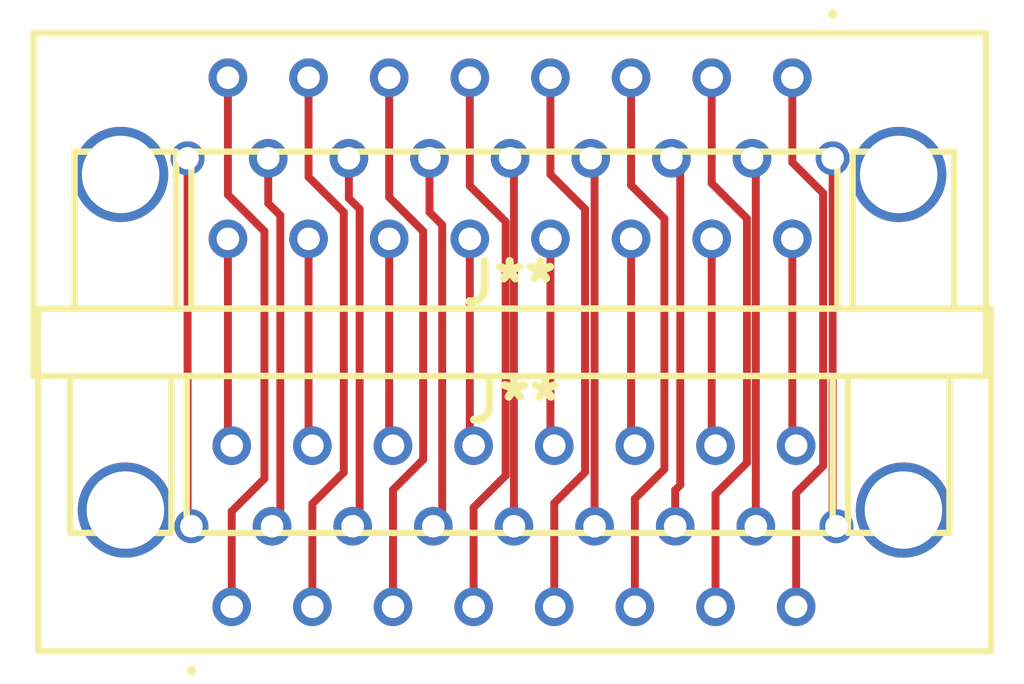
<source format=kicad_pcb>
(kicad_pcb (version 20171130) (host pcbnew 5.1.9-73d0e3b20d~88~ubuntu18.04.1)

  (general
    (thickness 1.6)
    (drawings 0)
    (tracks 82)
    (zones 0)
    (modules 2)
    (nets 1)
  )

  (page A4)
  (layers
    (0 F.Cu signal)
    (31 B.Cu signal)
    (32 B.Adhes user hide)
    (33 F.Adhes user hide)
    (34 B.Paste user hide)
    (35 F.Paste user hide)
    (36 B.SilkS user hide)
    (37 F.SilkS user hide)
    (38 B.Mask user hide)
    (39 F.Mask user hide)
    (40 Dwgs.User user)
    (41 Cmts.User user hide)
    (42 Eco1.User user)
    (43 Eco2.User user)
    (44 Edge.Cuts user)
    (45 Margin user hide)
    (46 B.CrtYd user hide)
    (47 F.CrtYd user hide)
    (48 B.Fab user hide)
    (49 F.Fab user hide)
  )

  (setup
    (last_trace_width 0.25)
    (trace_clearance 0.2)
    (zone_clearance 0.508)
    (zone_45_only no)
    (trace_min 0.2)
    (via_size 0.8)
    (via_drill 0.4)
    (via_min_size 0.4)
    (via_min_drill 0.3)
    (uvia_size 0.3)
    (uvia_drill 0.1)
    (uvias_allowed no)
    (uvia_min_size 0.2)
    (uvia_min_drill 0.1)
    (edge_width 0.05)
    (segment_width 0.2)
    (pcb_text_width 0.3)
    (pcb_text_size 1.5 1.5)
    (mod_edge_width 0.12)
    (mod_text_size 1 1)
    (mod_text_width 0.15)
    (pad_size 1.524 1.524)
    (pad_drill 0.762)
    (pad_to_mask_clearance 0)
    (aux_axis_origin 0 0)
    (visible_elements 7FFFFFFF)
    (pcbplotparams
      (layerselection 0x010fc_ffffffff)
      (usegerberextensions false)
      (usegerberattributes true)
      (usegerberadvancedattributes true)
      (creategerberjobfile true)
      (excludeedgelayer true)
      (linewidth 0.100000)
      (plotframeref false)
      (viasonmask false)
      (mode 1)
      (useauxorigin false)
      (hpglpennumber 1)
      (hpglpenspeed 20)
      (hpglpendiameter 15.000000)
      (psnegative false)
      (psa4output false)
      (plotreference true)
      (plotvalue true)
      (plotinvisibletext false)
      (padsonsilk false)
      (subtractmaskfromsilk false)
      (outputformat 1)
      (mirror false)
      (drillshape 1)
      (scaleselection 1)
      (outputdirectory ""))
  )

  (net 0 "")

  (net_class Default "This is the default net class."
    (clearance 0.2)
    (trace_width 0.25)
    (via_dia 0.8)
    (via_drill 0.4)
    (uvia_dia 0.3)
    (uvia_drill 0.1)
  )

  (module components:M8351313D02CP (layer F.Cu) (tedit 0) (tstamp 60D548AE)
    (at 43.7 62.2 180)
    (descr M83513/13-D02CP)
    (tags Connector)
    (fp_text reference J** (at -10.175 3.935) (layer F.SilkS)
      (effects (font (size 1.27 1.27) (thickness 0.254)))
    )
    (fp_text value M8351313D02CP (at -10.175 3.935) (layer F.SilkS) hide
      (effects (font (size 1.27 1.27) (thickness 0.254)))
    )
    (fp_line (start -25.18 6.86) (end 4.83 6.86) (layer F.Fab) (width 0.1))
    (fp_line (start 4.83 6.86) (end 4.83 -3.94) (layer F.Fab) (width 0.1))
    (fp_line (start 4.83 -3.94) (end -25.18 -3.94) (layer F.Fab) (width 0.1))
    (fp_line (start -25.18 -3.94) (end -25.18 6.86) (layer F.Fab) (width 0.1))
    (fp_line (start -20.35 6.86) (end 0 6.86) (layer F.Fab) (width 0.1))
    (fp_line (start 0 6.86) (end 0 11.81) (layer F.Fab) (width 0.1))
    (fp_line (start 0 11.81) (end -20.35 11.81) (layer F.Fab) (width 0.1))
    (fp_line (start -20.35 11.81) (end -20.35 6.86) (layer F.Fab) (width 0.1))
    (fp_line (start -20.35 6.86) (end 0 6.86) (layer F.SilkS) (width 0.2))
    (fp_line (start 0 6.86) (end 0 11.81) (layer F.SilkS) (width 0.2))
    (fp_line (start 0 11.81) (end -20.35 11.81) (layer F.SilkS) (width 0.2))
    (fp_line (start -20.35 11.81) (end -20.35 6.86) (layer F.SilkS) (width 0.2))
    (fp_line (start -25.18 -3.94) (end 4.83 -3.94) (layer F.SilkS) (width 0.2))
    (fp_line (start 4.83 -3.94) (end 4.83 6.86) (layer F.SilkS) (width 0.2))
    (fp_line (start 4.83 6.86) (end -25.18 6.86) (layer F.SilkS) (width 0.2))
    (fp_line (start -25.18 6.86) (end -25.18 -3.94) (layer F.SilkS) (width 0.2))
    (fp_line (start -24.03 6.86) (end -20.83 6.86) (layer F.Fab) (width 0.1))
    (fp_line (start -20.83 6.86) (end -20.83 11.81) (layer F.Fab) (width 0.1))
    (fp_line (start -20.83 11.81) (end -24.03 11.81) (layer F.Fab) (width 0.1))
    (fp_line (start -24.03 11.81) (end -24.03 6.86) (layer F.Fab) (width 0.1))
    (fp_line (start -24.03 6.86) (end -20.83 6.86) (layer F.SilkS) (width 0.2))
    (fp_line (start -20.83 6.86) (end -20.83 11.81) (layer F.SilkS) (width 0.2))
    (fp_line (start -20.83 11.81) (end -24.03 11.81) (layer F.SilkS) (width 0.2))
    (fp_line (start -24.03 11.81) (end -24.03 6.86) (layer F.SilkS) (width 0.2))
    (fp_line (start 0.48 6.86) (end 3.68 6.86) (layer F.Fab) (width 0.1))
    (fp_line (start 3.68 6.86) (end 3.68 11.81) (layer F.Fab) (width 0.1))
    (fp_line (start 3.68 11.81) (end 0.48 11.81) (layer F.Fab) (width 0.1))
    (fp_line (start 0.48 11.81) (end 0.48 6.86) (layer F.Fab) (width 0.1))
    (fp_line (start 0.48 6.86) (end 3.68 6.86) (layer F.SilkS) (width 0.2))
    (fp_line (start 3.68 6.86) (end 3.68 11.81) (layer F.SilkS) (width 0.2))
    (fp_line (start 3.68 11.81) (end 0.48 11.81) (layer F.SilkS) (width 0.2))
    (fp_line (start 0.48 11.81) (end 0.48 6.86) (layer F.SilkS) (width 0.2))
    (fp_line (start -26.18 -4.94) (end 5.83 -4.94) (layer F.CrtYd) (width 0.1))
    (fp_line (start 5.83 -4.94) (end 5.83 12.81) (layer F.CrtYd) (width 0.1))
    (fp_line (start 5.83 12.81) (end -26.18 12.81) (layer F.CrtYd) (width 0.1))
    (fp_line (start -26.18 12.81) (end -26.18 -4.94) (layer F.CrtYd) (width 0.1))
    (fp_line (start 0 -4.6) (end 0 -4.6) (layer F.SilkS) (width 0.2))
    (fp_line (start 0 -4.5) (end 0 -4.5) (layer F.SilkS) (width 0.2))
    (fp_line (start 0 -4.6) (end 0 -4.6) (layer F.SilkS) (width 0.2))
    (fp_arc (start 0 -4.55) (end 0 -4.6) (angle -180) (layer F.SilkS) (width 0.2))
    (fp_arc (start 0 -4.55) (end 0 -4.5) (angle -180) (layer F.SilkS) (width 0.2))
    (fp_arc (start 0 -4.55) (end 0 -4.6) (angle -180) (layer F.SilkS) (width 0.2))
    (fp_text user %R (at -10.175 3.935) (layer F.Fab)
      (effects (font (size 1.27 1.27) (thickness 0.254)))
    )
    (pad MH2 thru_hole circle (at -22.43 0.51 180) (size 3 3) (drill 2.44) (layers *.Cu *.Mask))
    (pad MH1 thru_hole circle (at 2.08 0.51 180) (size 3 3) (drill 2.44) (layers *.Cu *.Mask))
    (pad 25 thru_hole circle (at -19.05 2.54 180) (size 1.217 1.217) (drill 0.71) (layers *.Cu *.Mask))
    (pad 24 thru_hole circle (at -17.78 0 180) (size 1.217 1.217) (drill 0.71) (layers *.Cu *.Mask))
    (pad 23 thru_hole circle (at -16.51 2.54 180) (size 1.217 1.217) (drill 0.71) (layers *.Cu *.Mask))
    (pad 22 thru_hole circle (at -15.24 0 180) (size 1.217 1.217) (drill 0.71) (layers *.Cu *.Mask))
    (pad 21 thru_hole circle (at -13.97 2.54 180) (size 1.217 1.217) (drill 0.71) (layers *.Cu *.Mask))
    (pad 20 thru_hole circle (at -11.43 2.54 180) (size 1.217 1.217) (drill 0.71) (layers *.Cu *.Mask))
    (pad 19 thru_hole circle (at -8.89 2.54 180) (size 1.217 1.217) (drill 0.71) (layers *.Cu *.Mask))
    (pad 18 thru_hole circle (at -6.35 2.54 180) (size 1.217 1.217) (drill 0.71) (layers *.Cu *.Mask))
    (pad 17 thru_hole circle (at -5.08 0 180) (size 1.217 1.217) (drill 0.71) (layers *.Cu *.Mask))
    (pad 16 thru_hole circle (at -3.81 2.54 180) (size 1.217 1.217) (drill 0.71) (layers *.Cu *.Mask))
    (pad 15 thru_hole circle (at -2.54 0 180) (size 1.217 1.217) (drill 0.71) (layers *.Cu *.Mask))
    (pad 14 thru_hole circle (at -1.27 2.54 180) (size 1.217 1.217) (drill 0.71) (layers *.Cu *.Mask))
    (pad 13 thru_hole circle (at -20.32 0 180) (size 1.07 1.07) (drill 0.71) (layers *.Cu *.Mask))
    (pad 12 thru_hole circle (at -19.05 -2.54 180) (size 1.217 1.217) (drill 0.71) (layers *.Cu *.Mask))
    (pad 11 thru_hole circle (at -16.51 -2.54 180) (size 1.217 1.217) (drill 0.71) (layers *.Cu *.Mask))
    (pad 10 thru_hole circle (at -13.97 -2.54 180) (size 1.217 1.217) (drill 0.71) (layers *.Cu *.Mask))
    (pad 9 thru_hole circle (at -12.7 0 180) (size 1.217 1.217) (drill 0.71) (layers *.Cu *.Mask))
    (pad 8 thru_hole circle (at -11.43 -2.54 180) (size 1.217 1.217) (drill 0.71) (layers *.Cu *.Mask))
    (pad 7 thru_hole circle (at -10.16 0 180) (size 1.217 1.217) (drill 0.71) (layers *.Cu *.Mask))
    (pad 6 thru_hole circle (at -8.89 -2.54 180) (size 1.217 1.217) (drill 0.71) (layers *.Cu *.Mask))
    (pad 5 thru_hole circle (at -7.62 0 180) (size 1.217 1.217) (drill 0.71) (layers *.Cu *.Mask))
    (pad 4 thru_hole circle (at -6.35 -2.54 180) (size 1.217 1.217) (drill 0.71) (layers *.Cu *.Mask))
    (pad 3 thru_hole circle (at -3.81 -2.54 180) (size 1.217 1.217) (drill 0.71) (layers *.Cu *.Mask))
    (pad 2 thru_hole circle (at -1.27 -2.54 180) (size 1.217 1.217) (drill 0.71) (layers *.Cu *.Mask))
    (pad 1 thru_hole circle (at 0 0 180) (size 1.07 1.07) (drill 0.71) (layers *.Cu *.Mask))
    (model "C:\\Users\\Joe Camilleri\\Desktop\\KICAD_LIBRARIES\\SamacSys_Parts.3dshapes\\M83513_13-D02CP.stp"
      (at (xyz 0 0 0))
      (scale (xyz 1 1 1))
      (rotate (xyz 0 0 0))
    )
  )

  (module components:M8351313D02CP (layer F.Cu) (tedit 0) (tstamp 60D546A3)
    (at 63.9 50.6)
    (descr M83513/13-D02CP)
    (tags Connector)
    (fp_text reference J** (at -10.175 3.935) (layer F.SilkS)
      (effects (font (size 1.27 1.27) (thickness 0.254)))
    )
    (fp_text value M8351313D02CP (at -10.175 3.935) (layer F.SilkS) hide
      (effects (font (size 1.27 1.27) (thickness 0.254)))
    )
    (fp_line (start -25.18 6.86) (end 4.83 6.86) (layer F.Fab) (width 0.1))
    (fp_line (start 4.83 6.86) (end 4.83 -3.94) (layer F.Fab) (width 0.1))
    (fp_line (start 4.83 -3.94) (end -25.18 -3.94) (layer F.Fab) (width 0.1))
    (fp_line (start -25.18 -3.94) (end -25.18 6.86) (layer F.Fab) (width 0.1))
    (fp_line (start -20.35 6.86) (end 0 6.86) (layer F.Fab) (width 0.1))
    (fp_line (start 0 6.86) (end 0 11.81) (layer F.Fab) (width 0.1))
    (fp_line (start 0 11.81) (end -20.35 11.81) (layer F.Fab) (width 0.1))
    (fp_line (start -20.35 11.81) (end -20.35 6.86) (layer F.Fab) (width 0.1))
    (fp_line (start -20.35 6.86) (end 0 6.86) (layer F.SilkS) (width 0.2))
    (fp_line (start 0 6.86) (end 0 11.81) (layer F.SilkS) (width 0.2))
    (fp_line (start 0 11.81) (end -20.35 11.81) (layer F.SilkS) (width 0.2))
    (fp_line (start -20.35 11.81) (end -20.35 6.86) (layer F.SilkS) (width 0.2))
    (fp_line (start -25.18 -3.94) (end 4.83 -3.94) (layer F.SilkS) (width 0.2))
    (fp_line (start 4.83 -3.94) (end 4.83 6.86) (layer F.SilkS) (width 0.2))
    (fp_line (start 4.83 6.86) (end -25.18 6.86) (layer F.SilkS) (width 0.2))
    (fp_line (start -25.18 6.86) (end -25.18 -3.94) (layer F.SilkS) (width 0.2))
    (fp_line (start -24.03 6.86) (end -20.83 6.86) (layer F.Fab) (width 0.1))
    (fp_line (start -20.83 6.86) (end -20.83 11.81) (layer F.Fab) (width 0.1))
    (fp_line (start -20.83 11.81) (end -24.03 11.81) (layer F.Fab) (width 0.1))
    (fp_line (start -24.03 11.81) (end -24.03 6.86) (layer F.Fab) (width 0.1))
    (fp_line (start -24.03 6.86) (end -20.83 6.86) (layer F.SilkS) (width 0.2))
    (fp_line (start -20.83 6.86) (end -20.83 11.81) (layer F.SilkS) (width 0.2))
    (fp_line (start -20.83 11.81) (end -24.03 11.81) (layer F.SilkS) (width 0.2))
    (fp_line (start -24.03 11.81) (end -24.03 6.86) (layer F.SilkS) (width 0.2))
    (fp_line (start 0.48 6.86) (end 3.68 6.86) (layer F.Fab) (width 0.1))
    (fp_line (start 3.68 6.86) (end 3.68 11.81) (layer F.Fab) (width 0.1))
    (fp_line (start 3.68 11.81) (end 0.48 11.81) (layer F.Fab) (width 0.1))
    (fp_line (start 0.48 11.81) (end 0.48 6.86) (layer F.Fab) (width 0.1))
    (fp_line (start 0.48 6.86) (end 3.68 6.86) (layer F.SilkS) (width 0.2))
    (fp_line (start 3.68 6.86) (end 3.68 11.81) (layer F.SilkS) (width 0.2))
    (fp_line (start 3.68 11.81) (end 0.48 11.81) (layer F.SilkS) (width 0.2))
    (fp_line (start 0.48 11.81) (end 0.48 6.86) (layer F.SilkS) (width 0.2))
    (fp_line (start -26.18 -4.94) (end 5.83 -4.94) (layer F.CrtYd) (width 0.1))
    (fp_line (start 5.83 -4.94) (end 5.83 12.81) (layer F.CrtYd) (width 0.1))
    (fp_line (start 5.83 12.81) (end -26.18 12.81) (layer F.CrtYd) (width 0.1))
    (fp_line (start -26.18 12.81) (end -26.18 -4.94) (layer F.CrtYd) (width 0.1))
    (fp_line (start 0 -4.6) (end 0 -4.6) (layer F.SilkS) (width 0.2))
    (fp_line (start 0 -4.5) (end 0 -4.5) (layer F.SilkS) (width 0.2))
    (fp_line (start 0 -4.6) (end 0 -4.6) (layer F.SilkS) (width 0.2))
    (fp_arc (start 0 -4.55) (end 0 -4.6) (angle -180) (layer F.SilkS) (width 0.2))
    (fp_arc (start 0 -4.55) (end 0 -4.5) (angle -180) (layer F.SilkS) (width 0.2))
    (fp_arc (start 0 -4.55) (end 0 -4.6) (angle -180) (layer F.SilkS) (width 0.2))
    (fp_text user %R (at -10.175 3.935) (layer F.Fab)
      (effects (font (size 1.27 1.27) (thickness 0.254)))
    )
    (pad MH2 thru_hole circle (at -22.43 0.51) (size 3 3) (drill 2.44) (layers *.Cu *.Mask))
    (pad MH1 thru_hole circle (at 2.08 0.51) (size 3 3) (drill 2.44) (layers *.Cu *.Mask))
    (pad 25 thru_hole circle (at -19.05 2.54) (size 1.217 1.217) (drill 0.71) (layers *.Cu *.Mask))
    (pad 24 thru_hole circle (at -17.78 0) (size 1.217 1.217) (drill 0.71) (layers *.Cu *.Mask))
    (pad 23 thru_hole circle (at -16.51 2.54) (size 1.217 1.217) (drill 0.71) (layers *.Cu *.Mask))
    (pad 22 thru_hole circle (at -15.24 0) (size 1.217 1.217) (drill 0.71) (layers *.Cu *.Mask))
    (pad 21 thru_hole circle (at -13.97 2.54) (size 1.217 1.217) (drill 0.71) (layers *.Cu *.Mask))
    (pad 20 thru_hole circle (at -11.43 2.54) (size 1.217 1.217) (drill 0.71) (layers *.Cu *.Mask))
    (pad 19 thru_hole circle (at -8.89 2.54) (size 1.217 1.217) (drill 0.71) (layers *.Cu *.Mask))
    (pad 18 thru_hole circle (at -6.35 2.54) (size 1.217 1.217) (drill 0.71) (layers *.Cu *.Mask))
    (pad 17 thru_hole circle (at -5.08 0) (size 1.217 1.217) (drill 0.71) (layers *.Cu *.Mask))
    (pad 16 thru_hole circle (at -3.81 2.54) (size 1.217 1.217) (drill 0.71) (layers *.Cu *.Mask))
    (pad 15 thru_hole circle (at -2.54 0) (size 1.217 1.217) (drill 0.71) (layers *.Cu *.Mask))
    (pad 14 thru_hole circle (at -1.27 2.54) (size 1.217 1.217) (drill 0.71) (layers *.Cu *.Mask))
    (pad 13 thru_hole circle (at -20.32 0) (size 1.07 1.07) (drill 0.71) (layers *.Cu *.Mask))
    (pad 12 thru_hole circle (at -19.05 -2.54) (size 1.217 1.217) (drill 0.71) (layers *.Cu *.Mask))
    (pad 11 thru_hole circle (at -16.51 -2.54) (size 1.217 1.217) (drill 0.71) (layers *.Cu *.Mask))
    (pad 10 thru_hole circle (at -13.97 -2.54) (size 1.217 1.217) (drill 0.71) (layers *.Cu *.Mask))
    (pad 9 thru_hole circle (at -12.7 0) (size 1.217 1.217) (drill 0.71) (layers *.Cu *.Mask))
    (pad 8 thru_hole circle (at -11.43 -2.54) (size 1.217 1.217) (drill 0.71) (layers *.Cu *.Mask))
    (pad 7 thru_hole circle (at -10.16 0) (size 1.217 1.217) (drill 0.71) (layers *.Cu *.Mask))
    (pad 6 thru_hole circle (at -8.89 -2.54) (size 1.217 1.217) (drill 0.71) (layers *.Cu *.Mask))
    (pad 5 thru_hole circle (at -7.62 0) (size 1.217 1.217) (drill 0.71) (layers *.Cu *.Mask))
    (pad 4 thru_hole circle (at -6.35 -2.54) (size 1.217 1.217) (drill 0.71) (layers *.Cu *.Mask))
    (pad 3 thru_hole circle (at -3.81 -2.54) (size 1.217 1.217) (drill 0.71) (layers *.Cu *.Mask))
    (pad 2 thru_hole circle (at -1.27 -2.54) (size 1.217 1.217) (drill 0.71) (layers *.Cu *.Mask))
    (pad 1 thru_hole circle (at 0 0) (size 1.07 1.07) (drill 0.71) (layers *.Cu *.Mask))
    (model "C:\\Users\\Joe Camilleri\\Desktop\\KICAD_LIBRARIES\\SamacSys_Parts.3dshapes\\M83513_13-D02CP.stp"
      (at (xyz 0 0 0))
      (scale (xyz 1 1 1))
      (rotate (xyz 0 0 0))
    )
  )

  (segment (start 43.58 62.08) (end 43.7 62.2) (width 0.25) (layer F.Cu) (net 0))
  (segment (start 43.58 50.6) (end 43.58 62.08) (width 0.25) (layer F.Cu) (net 0))
  (segment (start 44.85 59.54) (end 44.97 59.66) (width 0.25) (layer F.Cu) (net 0))
  (segment (start 44.85 53.14) (end 44.85 59.54) (width 0.25) (layer F.Cu) (net 0))
  (segment (start 44.85 48.06) (end 44.85 51.75) (width 0.25) (layer F.Cu) (net 0))
  (segment (start 44.85 51.75) (end 46 52.9) (width 0.25) (layer F.Cu) (net 0))
  (segment (start 46 52.9) (end 46 60.7) (width 0.25) (layer F.Cu) (net 0))
  (segment (start 44.97 61.73) (end 44.97 64.74) (width 0.25) (layer F.Cu) (net 0))
  (segment (start 46 60.7) (end 44.97 61.73) (width 0.25) (layer F.Cu) (net 0))
  (segment (start 46.12 50.6) (end 46.12 52.02) (width 0.25) (layer F.Cu) (net 0))
  (segment (start 46.12 52.02) (end 46.5 52.4) (width 0.25) (layer F.Cu) (net 0))
  (segment (start 46.5 61.94) (end 46.24 62.2) (width 0.25) (layer F.Cu) (net 0))
  (segment (start 46.5 52.4) (end 46.5 61.94) (width 0.25) (layer F.Cu) (net 0))
  (segment (start 47.39 59.54) (end 47.51 59.66) (width 0.25) (layer F.Cu) (net 0))
  (segment (start 47.39 53.14) (end 47.39 59.54) (width 0.25) (layer F.Cu) (net 0))
  (segment (start 47.39 48.06) (end 47.39 51.19) (width 0.25) (layer F.Cu) (net 0))
  (segment (start 47.39 51.19) (end 48.5 52.3) (width 0.25) (layer F.Cu) (net 0))
  (segment (start 48.5 52.3) (end 48.5 60.5) (width 0.25) (layer F.Cu) (net 0))
  (segment (start 47.51 61.49) (end 47.51 64.74) (width 0.25) (layer F.Cu) (net 0))
  (segment (start 48.5 60.5) (end 47.51 61.49) (width 0.25) (layer F.Cu) (net 0))
  (segment (start 48.66 50.6) (end 48.66 51.86) (width 0.25) (layer F.Cu) (net 0))
  (segment (start 48.66 51.86) (end 49 52.2) (width 0.25) (layer F.Cu) (net 0))
  (segment (start 49 61.98) (end 48.78 62.2) (width 0.25) (layer F.Cu) (net 0))
  (segment (start 49 52.2) (end 49 61.98) (width 0.25) (layer F.Cu) (net 0))
  (segment (start 49.93 59.54) (end 50.05 59.66) (width 0.25) (layer F.Cu) (net 0))
  (segment (start 49.93 53.14) (end 49.93 59.54) (width 0.25) (layer F.Cu) (net 0))
  (segment (start 49.93 48.06) (end 49.93 51.83) (width 0.25) (layer F.Cu) (net 0))
  (segment (start 49.93 51.83) (end 51 52.9) (width 0.25) (layer F.Cu) (net 0))
  (segment (start 51 52.9) (end 51 60.1) (width 0.25) (layer F.Cu) (net 0))
  (segment (start 50.05 61.05) (end 50.05 64.74) (width 0.25) (layer F.Cu) (net 0))
  (segment (start 51 60.1) (end 50.05 61.05) (width 0.25) (layer F.Cu) (net 0))
  (segment (start 51.2 50.6) (end 51.2 52.3) (width 0.25) (layer F.Cu) (net 0))
  (segment (start 51.2 52.3) (end 51.6 52.7) (width 0.25) (layer F.Cu) (net 0))
  (segment (start 51.6 61.92) (end 51.32 62.2) (width 0.25) (layer F.Cu) (net 0))
  (segment (start 51.6 52.7) (end 51.6 61.92) (width 0.25) (layer F.Cu) (net 0))
  (segment (start 52.47 59.54) (end 52.59 59.66) (width 0.25) (layer F.Cu) (net 0))
  (segment (start 52.47 53.14) (end 52.47 59.54) (width 0.25) (layer F.Cu) (net 0))
  (segment (start 55.01 59.54) (end 55.13 59.66) (width 0.25) (layer F.Cu) (net 0))
  (segment (start 55.01 53.14) (end 55.01 59.54) (width 0.25) (layer F.Cu) (net 0))
  (segment (start 57.55 59.54) (end 57.67 59.66) (width 0.25) (layer F.Cu) (net 0))
  (segment (start 57.55 53.14) (end 57.55 59.54) (width 0.25) (layer F.Cu) (net 0))
  (segment (start 60.09 59.54) (end 60.21 59.66) (width 0.25) (layer F.Cu) (net 0))
  (segment (start 60.09 53.14) (end 60.09 59.54) (width 0.25) (layer F.Cu) (net 0))
  (segment (start 62.63 59.54) (end 62.75 59.66) (width 0.25) (layer F.Cu) (net 0))
  (segment (start 62.63 53.14) (end 62.63 59.54) (width 0.25) (layer F.Cu) (net 0))
  (segment (start 52.59 64.74) (end 52.59 61.61) (width 0.25) (layer F.Cu) (net 0))
  (segment (start 52.59 61.61) (end 53.6 60.6) (width 0.25) (layer F.Cu) (net 0))
  (segment (start 53.6 60.6) (end 53.6 52.6) (width 0.25) (layer F.Cu) (net 0))
  (segment (start 52.47 51.47) (end 52.47 48.06) (width 0.25) (layer F.Cu) (net 0))
  (segment (start 53.6 52.6) (end 52.47 51.47) (width 0.25) (layer F.Cu) (net 0))
  (segment (start 53.86 50.72) (end 53.74 50.6) (width 0.25) (layer F.Cu) (net 0))
  (segment (start 53.86 62.2) (end 53.86 50.72) (width 0.25) (layer F.Cu) (net 0))
  (segment (start 55.13 64.74) (end 55.13 61.47) (width 0.25) (layer F.Cu) (net 0))
  (segment (start 55.13 61.47) (end 56.1 60.5) (width 0.25) (layer F.Cu) (net 0))
  (segment (start 56.1 60.5) (end 56.1 52.2) (width 0.25) (layer F.Cu) (net 0))
  (segment (start 55.01 51.11) (end 55.01 48.06) (width 0.25) (layer F.Cu) (net 0))
  (segment (start 56.1 52.2) (end 55.01 51.11) (width 0.25) (layer F.Cu) (net 0))
  (segment (start 56.4 50.72) (end 56.28 50.6) (width 0.25) (layer F.Cu) (net 0))
  (segment (start 56.4 62.2) (end 56.4 50.72) (width 0.25) (layer F.Cu) (net 0))
  (segment (start 57.67 64.74) (end 57.67 61.33) (width 0.25) (layer F.Cu) (net 0))
  (segment (start 57.67 61.33) (end 58.6 60.4) (width 0.25) (layer F.Cu) (net 0))
  (segment (start 58.6 60.4) (end 58.6 52.5) (width 0.25) (layer F.Cu) (net 0))
  (segment (start 57.55 51.45) (end 57.55 48.06) (width 0.25) (layer F.Cu) (net 0))
  (segment (start 58.6 52.5) (end 57.55 51.45) (width 0.25) (layer F.Cu) (net 0))
  (segment (start 58.94 62.2) (end 58.94 61.06) (width 0.25) (layer F.Cu) (net 0))
  (segment (start 58.94 61.06) (end 59.1 60.9) (width 0.25) (layer F.Cu) (net 0))
  (segment (start 59.1 50.88) (end 58.82 50.6) (width 0.25) (layer F.Cu) (net 0))
  (segment (start 59.1 60.9) (end 59.1 50.88) (width 0.25) (layer F.Cu) (net 0))
  (segment (start 60.21 64.74) (end 60.21 61.19) (width 0.25) (layer F.Cu) (net 0))
  (segment (start 60.21 61.19) (end 61.2 60.2) (width 0.25) (layer F.Cu) (net 0))
  (segment (start 61.2 60.2) (end 61.2 52.5) (width 0.25) (layer F.Cu) (net 0))
  (segment (start 60.09 51.39) (end 60.09 48.06) (width 0.25) (layer F.Cu) (net 0))
  (segment (start 61.2 52.5) (end 60.09 51.39) (width 0.25) (layer F.Cu) (net 0))
  (segment (start 61.48 50.72) (end 61.36 50.6) (width 0.25) (layer F.Cu) (net 0))
  (segment (start 61.48 62.2) (end 61.48 50.72) (width 0.25) (layer F.Cu) (net 0))
  (segment (start 62.75 64.74) (end 62.75 61.15) (width 0.25) (layer F.Cu) (net 0))
  (segment (start 62.75 61.15) (end 63.6 60.3) (width 0.25) (layer F.Cu) (net 0))
  (segment (start 63.6 60.3) (end 63.6 51.7) (width 0.25) (layer F.Cu) (net 0))
  (segment (start 62.63 50.73) (end 62.63 48.06) (width 0.25) (layer F.Cu) (net 0))
  (segment (start 63.6 51.7) (end 62.63 50.73) (width 0.25) (layer F.Cu) (net 0))
  (segment (start 63.9 62.08) (end 64.02 62.2) (width 0.25) (layer F.Cu) (net 0))
  (segment (start 63.9 50.6) (end 63.9 62.08) (width 0.25) (layer F.Cu) (net 0))

)

</source>
